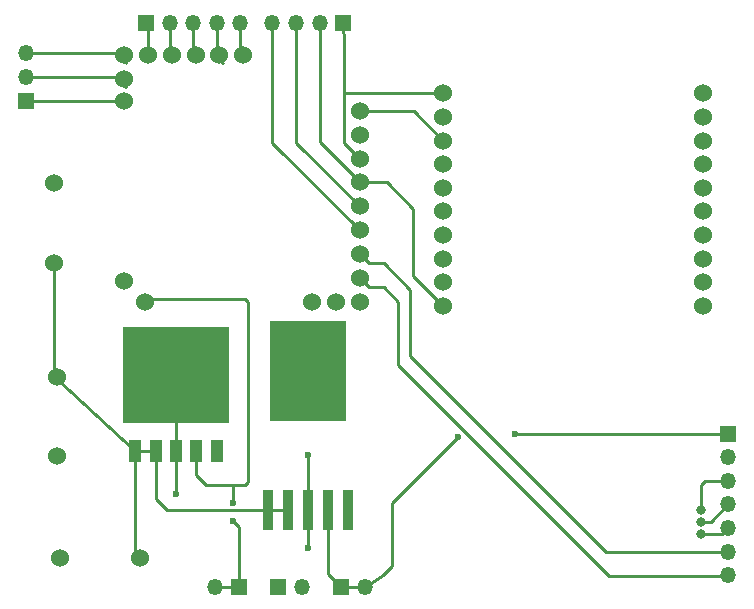
<source format=gbr>
G04 #@! TF.GenerationSoftware,KiCad,Pcbnew,5.0.0-rc3-unknown-3e22e5c~65~ubuntu16.04.1*
G04 #@! TF.CreationDate,2018-07-11T23:18:04-04:00*
G04 #@! TF.ProjectId,Phoenix_schema_new,50686F656E69785F736368656D615F6E,rev?*
G04 #@! TF.SameCoordinates,Original*
G04 #@! TF.FileFunction,Copper,L1,Top,Signal*
G04 #@! TF.FilePolarity,Positive*
%FSLAX46Y46*%
G04 Gerber Fmt 4.6, Leading zero omitted, Abs format (unit mm)*
G04 Created by KiCad (PCBNEW 5.0.0-rc3-unknown-3e22e5c~65~ubuntu16.04.1) date Wed Jul 11 23:18:04 2018*
%MOMM*%
%LPD*%
G01*
G04 APERTURE LIST*
G04 #@! TA.AperFunction,ComponentPad*
%ADD10C,1.524000*%
G04 #@! TD*
G04 #@! TA.AperFunction,ComponentPad*
%ADD11R,1.350000X1.350000*%
G04 #@! TD*
G04 #@! TA.AperFunction,ComponentPad*
%ADD12O,1.350000X1.350000*%
G04 #@! TD*
G04 #@! TA.AperFunction,ComponentPad*
%ADD13C,0.800000*%
G04 #@! TD*
G04 #@! TA.AperFunction,SMDPad,CuDef*
%ADD14R,0.965200X3.505200*%
G04 #@! TD*
G04 #@! TA.AperFunction,SMDPad,CuDef*
%ADD15R,6.553200X8.458200*%
G04 #@! TD*
G04 #@! TA.AperFunction,SMDPad,CuDef*
%ADD16R,1.060000X1.920000*%
G04 #@! TD*
G04 #@! TA.AperFunction,SMDPad,CuDef*
%ADD17R,9.090000X8.120000*%
G04 #@! TD*
G04 #@! TA.AperFunction,ViaPad*
%ADD18C,0.600000*%
G04 #@! TD*
G04 #@! TA.AperFunction,Conductor*
%ADD19C,0.250000*%
G04 #@! TD*
G04 APERTURE END LIST*
D10*
G04 #@! TO.P,Zigbee,1*
G04 #@! TO.N,Net-(E1-PadC)*
X139446000Y-78130400D03*
G04 #@! TO.P,Zigbee,2*
G04 #@! TO.N,Net-(E1-PadB)*
X139430000Y-80131000D03*
G04 #@! TO.P,Zigbee,3*
G04 #@! TO.N,Net-(E1-PadA)*
X139430000Y-82131000D03*
G04 #@! TO.P,Zigbee,4*
G04 #@! TO.N,Net-(U1-Pad4)*
X139430000Y-84131000D03*
G04 #@! TO.P,Zigbee,5*
G04 #@! TO.N,Net-(U1-Pad5)*
X139430000Y-86131000D03*
G04 #@! TO.P,Zigbee,6*
G04 #@! TO.N,Net-(U1-Pad6)*
X139430000Y-88131000D03*
G04 #@! TO.P,Zigbee,7*
G04 #@! TO.N,Net-(U1-Pad7)*
X139430000Y-90131000D03*
G04 #@! TO.P,Zigbee,8*
G04 #@! TO.N,Net-(U1-Pad8)*
X139430000Y-92131000D03*
G04 #@! TO.P,Zigbee,9*
G04 #@! TO.N,Net-(U1-Pad9)*
X139430000Y-94131000D03*
G04 #@! TO.P,Zigbee,10*
G04 #@! TO.N,Net-(E1-PadD)*
X139430000Y-96131000D03*
G04 #@! TO.P,Zigbee,20*
G04 #@! TO.N,Net-(U1-Pad20)*
X161442400Y-78079600D03*
G04 #@! TO.P,Zigbee,19*
G04 #@! TO.N,Net-(U1-Pad19)*
X161430000Y-80131000D03*
G04 #@! TO.P,Zigbee,18*
G04 #@! TO.N,Net-(U1-Pad18)*
X161430000Y-82131000D03*
G04 #@! TO.P,Zigbee,17*
G04 #@! TO.N,Net-(U1-Pad17)*
X161430000Y-84131000D03*
G04 #@! TO.P,Zigbee,16*
G04 #@! TO.N,Net-(U1-Pad16)*
X161430000Y-86131000D03*
G04 #@! TO.P,Zigbee,15*
G04 #@! TO.N,Net-(U1-Pad15)*
X161430000Y-88131000D03*
G04 #@! TO.P,Zigbee,14*
G04 #@! TO.N,Net-(U1-Pad14)*
X161430000Y-90131000D03*
G04 #@! TO.P,Zigbee,13*
G04 #@! TO.N,Net-(U1-Pad13)*
X161430000Y-92131000D03*
G04 #@! TO.P,Zigbee,12*
G04 #@! TO.N,Net-(U1-Pad12)*
X161430000Y-94131000D03*
G04 #@! TO.P,Zigbee,11*
G04 #@! TO.N,Net-(U1-Pad11)*
X161430000Y-96131000D03*
G04 #@! TD*
D11*
G04 #@! TO.P,To ESCs,1*
G04 #@! TO.N,Net-(E1-Pad4)*
X114300000Y-72136000D03*
D12*
G04 #@! TO.P,To ESCs,2*
G04 #@! TO.N,Net-(E1-Pad5)*
X116300000Y-72136000D03*
G04 #@! TO.P,To ESCs,3*
G04 #@! TO.N,Net-(E1-Pad6)*
X118300000Y-72136000D03*
G04 #@! TO.P,To ESCs,4*
G04 #@! TO.N,Net-(E1-Pad7)*
X120300000Y-72136000D03*
G04 #@! TO.P,To ESCs,5*
G04 #@! TO.N,Net-(E1-Pad8)*
X122300000Y-72136000D03*
G04 #@! TD*
D10*
G04 #@! TO.P,ELKA,D*
G04 #@! TO.N,Net-(E1-PadD)*
X132408477Y-85667204D03*
G04 #@! TO.P,ELKA,C*
G04 #@! TO.N,Net-(E1-PadC)*
X132408477Y-83667204D03*
G04 #@! TO.P,ELKA,B*
G04 #@! TO.N,Net-(E1-PadB)*
X132408477Y-81667204D03*
G04 #@! TO.P,ELKA,A*
G04 #@! TO.N,Net-(E1-PadA)*
X132408477Y-79667204D03*
G04 #@! TO.P,ELKA,12*
G04 #@! TO.N,Net-(E1-Pad12)*
X114249200Y-95834200D03*
G04 #@! TO.P,ELKA,11*
G04 #@! TO.N,Net-(E1-Pad11)*
X112471200Y-94056200D03*
G04 #@! TO.P,ELKA,E*
G04 #@! TO.N,Net-(E1-PadE)*
X132410200Y-87706200D03*
G04 #@! TO.P,ELKA,F*
G04 #@! TO.N,Net-(E1-PadF)*
X132410200Y-89738200D03*
G04 #@! TO.P,ELKA,G*
G04 #@! TO.N,Net-(E1-PadG)*
X132410200Y-91770200D03*
G04 #@! TO.P,ELKA,H*
G04 #@! TO.N,Net-(E1-PadH)*
X132410200Y-93802200D03*
G04 #@! TO.P,ELKA,10*
G04 #@! TO.N,Net-(E1-Pad10)*
X128346200Y-95834200D03*
G04 #@! TO.P,ELKA,9*
G04 #@! TO.N,Net-(E1-Pad9)*
X130378200Y-95834200D03*
G04 #@! TO.P,ELKA,I*
G04 #@! TO.N,Net-(E1-PadI)*
X132410200Y-95834200D03*
G04 #@! TO.P,ELKA,1*
G04 #@! TO.N,Net-(E1-Pad1)*
X112471200Y-78816200D03*
G04 #@! TO.P,ELKA,2*
G04 #@! TO.N,Net-(E1-Pad2)*
X112471200Y-76911200D03*
G04 #@! TO.P,ELKA,8*
G04 #@! TO.N,Net-(E1-Pad8)*
X122497200Y-74863200D03*
G04 #@! TO.P,ELKA,7*
G04 #@! TO.N,Net-(E1-Pad7)*
X120497200Y-74863200D03*
G04 #@! TO.P,ELKA,6*
G04 #@! TO.N,Net-(E1-Pad6)*
X118497200Y-74863200D03*
G04 #@! TO.P,ELKA,5*
G04 #@! TO.N,Net-(E1-Pad5)*
X116497200Y-74863200D03*
G04 #@! TO.P,ELKA,4*
G04 #@! TO.N,Net-(E1-Pad4)*
X114497200Y-74863200D03*
G04 #@! TO.P,ELKA,3*
G04 #@! TO.N,Net-(E1-Pad3)*
X112471200Y-74879200D03*
G04 #@! TD*
G04 #@! TO.P,To EScs,1*
G04 #@! TO.N,Net-(E1-Pad11)*
X106553000Y-85725000D03*
G04 #@! TO.P,To EScs,2*
G04 #@! TO.N,Net-(J1-Pad2)*
X106553000Y-92456000D03*
G04 #@! TD*
D13*
G04 #@! TO.P,R1,1*
G04 #@! TO.N,Net-(J9\002CJ15-Pad3)*
X161290000Y-113385600D03*
G04 #@! TO.P,R1,2*
G04 #@! TO.N,Net-(J9\002CJ15-Pad4)*
X161290000Y-114401600D03*
G04 #@! TO.P,R1,3*
G04 #@! TO.N,Net-(J9\002CJ15-Pad5)*
X161290000Y-115417600D03*
G04 #@! TD*
D10*
G04 #@! TO.P,J1,1*
G04 #@! TO.N,Net-(E1-Pad11)*
X106807000Y-108839000D03*
G04 #@! TO.P,J1,2*
G04 #@! TO.N,Net-(J1-Pad2)*
X106807000Y-102108000D03*
G04 #@! TD*
D11*
G04 #@! TO.P,J16,1*
G04 #@! TO.N,Net-(E1-PadC)*
X131000000Y-72136000D03*
D12*
G04 #@! TO.P,J16,2*
G04 #@! TO.N,Net-(E1-PadD)*
X129000000Y-72136000D03*
G04 #@! TO.P,J16,3*
G04 #@! TO.N,Net-(E1-PadE)*
X127000000Y-72136000D03*
G04 #@! TO.P,J16,4*
G04 #@! TO.N,Net-(E1-PadF)*
X125000000Y-72136000D03*
G04 #@! TD*
D11*
G04 #@! TO.P,J3,1*
G04 #@! TO.N,Net-(E1-Pad12)*
X122174000Y-119888000D03*
D12*
G04 #@! TO.P,J3,2*
X120174000Y-119888000D03*
G04 #@! TD*
D11*
G04 #@! TO.P,J4,1*
G04 #@! TO.N,Net-(E1-Pad11)*
X125476000Y-119888000D03*
D12*
G04 #@! TO.P,J4,2*
X127476000Y-119888000D03*
G04 #@! TD*
D11*
G04 #@! TO.P,J5,1*
G04 #@! TO.N,Net-(J5-Pad1)*
X130810000Y-119888000D03*
D12*
G04 #@! TO.P,J5,2*
X132810000Y-119888000D03*
G04 #@! TD*
D10*
G04 #@! TO.P,J6,1*
G04 #@! TO.N,Net-(E1-Pad11)*
X107061000Y-117475000D03*
G04 #@! TO.P,J6,2*
G04 #@! TO.N,Net-(J1-Pad2)*
X113792000Y-117475000D03*
G04 #@! TD*
D11*
G04 #@! TO.P,J9\002CJ15,1*
G04 #@! TO.N,Net-(J5-Pad1)*
X163576000Y-106934000D03*
D12*
G04 #@! TO.P,J9\002CJ15,2*
G04 #@! TO.N,Net-(E1-Pad11)*
X163576000Y-108934000D03*
G04 #@! TO.P,J9\002CJ15,3*
G04 #@! TO.N,Net-(J9\002CJ15-Pad3)*
X163576000Y-110934000D03*
G04 #@! TO.P,J9\002CJ15,4*
G04 #@! TO.N,Net-(J9\002CJ15-Pad4)*
X163576000Y-112934000D03*
G04 #@! TO.P,J9\002CJ15,5*
G04 #@! TO.N,Net-(J9\002CJ15-Pad5)*
X163576000Y-114934000D03*
G04 #@! TO.P,J9\002CJ15,6*
G04 #@! TO.N,Net-(E1-PadG)*
X163576000Y-116934000D03*
G04 #@! TO.P,J9\002CJ15,7*
G04 #@! TO.N,Net-(E1-PadH)*
X163576000Y-118934000D03*
G04 #@! TD*
D14*
G04 #@! TO.P,,1*
G04 #@! TO.N,Net-(J1-Pad2)*
X124612400Y-113449100D03*
G04 #@! TO.P,,2*
X126314200Y-113449100D03*
G04 #@! TO.P,,3*
G04 #@! TO.N,Net-(E1-Pad11)*
X128016000Y-113449100D03*
G04 #@! TO.P,,4*
G04 #@! TO.N,Net-(J5-Pad1)*
X129717800Y-113449100D03*
G04 #@! TO.P,,5*
G04 #@! TO.N,Net-(U2-Pad5)*
X131419600Y-113449100D03*
D15*
G04 #@! TO.P,,6*
G04 #@! TO.N,Net-(U2-Pad6)*
X128016000Y-101650800D03*
G04 #@! TD*
D16*
G04 #@! TO.P,,1*
G04 #@! TO.N,Net-(J1-Pad2)*
X113400000Y-108372000D03*
G04 #@! TO.P,,2*
X115120000Y-108372000D03*
G04 #@! TO.P,,3*
G04 #@! TO.N,Net-(E1-Pad11)*
X116840000Y-108372000D03*
G04 #@! TO.P,,4*
G04 #@! TO.N,Net-(E1-Pad12)*
X118560000Y-108372000D03*
G04 #@! TO.P,,5*
G04 #@! TO.N,Net-(U3-Pad5)*
X120280000Y-108372000D03*
D17*
G04 #@! TO.P,,6*
G04 #@! TO.N,Net-(E1-Pad11)*
X116840000Y-101992000D03*
G04 #@! TD*
D11*
G04 #@! TO.P,,1*
G04 #@! TO.N,Net-(E1-Pad1)*
X104140000Y-78740000D03*
D12*
G04 #@! TO.P,,2*
G04 #@! TO.N,Net-(E1-Pad2)*
X104140000Y-76740000D03*
G04 #@! TO.P,,3*
G04 #@! TO.N,Net-(E1-Pad3)*
X104140000Y-74740000D03*
G04 #@! TD*
D18*
G04 #@! TO.N,Net-(E1-Pad12)*
X121666000Y-114300000D03*
X121666000Y-112776000D03*
G04 #@! TO.N,Net-(E1-Pad11)*
X128016000Y-108712000D03*
X128016000Y-116586000D03*
X116840000Y-112014000D03*
G04 #@! TO.N,Net-(J5-Pad1)*
X140716000Y-107188000D03*
X145542000Y-106934000D03*
G04 #@! TD*
D19*
G04 #@! TO.N,Net-(E1-PadH)*
X153542000Y-118998000D02*
X163322000Y-118998000D01*
X135636000Y-101092000D02*
X153542000Y-118998000D01*
X135636000Y-95758000D02*
X135636000Y-101092000D01*
X134442199Y-94564199D02*
X135636000Y-95758000D01*
X133172199Y-94564199D02*
X134442199Y-94564199D01*
X132410200Y-93802200D02*
X133172199Y-94564199D01*
G04 #@! TO.N,Net-(E1-PadG)*
X136652000Y-94742000D02*
X136652000Y-100330000D01*
X153256000Y-116934000D02*
X163576000Y-116934000D01*
X136652000Y-100330000D02*
X153256000Y-116934000D01*
X133172199Y-92532199D02*
X134442199Y-92532199D01*
X134442199Y-92532199D02*
X136652000Y-94742000D01*
X132410200Y-91770200D02*
X133172199Y-92532199D01*
G04 #@! TO.N,Net-(E1-PadF)*
X125000000Y-73090594D02*
X124968000Y-73122594D01*
X125000000Y-72136000D02*
X125000000Y-73090594D01*
X124968000Y-82296000D02*
X132410200Y-89738200D01*
X124968000Y-73122594D02*
X124968000Y-82296000D01*
G04 #@! TO.N,Net-(E1-PadE)*
X127000000Y-82296000D02*
X132410200Y-87706200D01*
X127000000Y-72136000D02*
X127000000Y-82296000D01*
G04 #@! TO.N,Net-(E1-PadD)*
X129000000Y-73090594D02*
X129032000Y-73122594D01*
X129000000Y-72136000D02*
X129000000Y-73090594D01*
X129032000Y-82290727D02*
X132408477Y-85667204D01*
X129032000Y-73122594D02*
X129032000Y-82290727D01*
X132408477Y-85667204D02*
X134689204Y-85667204D01*
X134689204Y-85667204D02*
X136906000Y-87884000D01*
X136906000Y-93607000D02*
X139430000Y-96131000D01*
X136906000Y-87884000D02*
X136906000Y-93607000D01*
G04 #@! TO.N,Net-(E1-PadC)*
X131000000Y-73061000D02*
X131064000Y-73125000D01*
X131000000Y-72136000D02*
X131000000Y-73061000D01*
X131064000Y-82322727D02*
X132408477Y-83667204D01*
X131165600Y-78130400D02*
X131064000Y-78232000D01*
X139446000Y-78130400D02*
X131165600Y-78130400D01*
X131064000Y-78232000D02*
X131064000Y-82322727D01*
X131064000Y-73125000D02*
X131064000Y-78232000D01*
G04 #@! TO.N,Net-(E1-PadA)*
X136966204Y-79667204D02*
X139430000Y-82131000D01*
X132408477Y-79667204D02*
X136966204Y-79667204D01*
G04 #@! TO.N,Net-(E1-Pad3)*
X112586000Y-75502000D02*
X112649000Y-75565000D01*
X112332000Y-74740000D02*
X112471200Y-74879200D01*
X104140000Y-74740000D02*
X112332000Y-74740000D01*
G04 #@! TO.N,Net-(E1-Pad2)*
X112554000Y-77502000D02*
X112649000Y-77597000D01*
X112300000Y-76740000D02*
X112471200Y-76911200D01*
X104140000Y-76740000D02*
X112300000Y-76740000D01*
G04 #@! TO.N,Net-(E1-Pad1)*
X112395000Y-78740000D02*
X112471200Y-78816200D01*
X104140000Y-78740000D02*
X112395000Y-78740000D01*
G04 #@! TO.N,Net-(E1-Pad4)*
X114497200Y-72333200D02*
X114300000Y-72136000D01*
X114497200Y-74863200D02*
X114497200Y-72333200D01*
G04 #@! TO.N,Net-(E1-Pad5)*
X116300000Y-74666000D02*
X116497200Y-74863200D01*
X116300000Y-72136000D02*
X116300000Y-74666000D01*
G04 #@! TO.N,Net-(E1-Pad6)*
X118300000Y-74666000D02*
X118497200Y-74863200D01*
X118300000Y-72136000D02*
X118300000Y-74666000D01*
G04 #@! TO.N,Net-(E1-Pad7)*
X120808000Y-75534000D02*
X120777000Y-75565000D01*
X120300000Y-74666000D02*
X120497200Y-74863200D01*
X120300000Y-72136000D02*
X120300000Y-74666000D01*
G04 #@! TO.N,Net-(E1-Pad8)*
X122300000Y-74666000D02*
X122497200Y-74863200D01*
X122300000Y-72136000D02*
X122300000Y-74666000D01*
G04 #@! TO.N,Net-(E1-Pad12)*
X121666000Y-111252000D02*
X121666000Y-112776000D01*
X121666000Y-114300000D02*
X122174000Y-114808000D01*
X120174000Y-119888000D02*
X122174000Y-119888000D01*
X122174000Y-114808000D02*
X122174000Y-119888000D01*
X114427000Y-95504000D02*
X122682000Y-95504000D01*
X118560000Y-110432000D02*
X118560000Y-108372000D01*
X119380000Y-111252000D02*
X118560000Y-110432000D01*
X122682000Y-111252000D02*
X121666000Y-111252000D01*
X121666000Y-111252000D02*
X119380000Y-111252000D01*
X122936000Y-110998000D02*
X122682000Y-111252000D01*
X122936000Y-95758000D02*
X122936000Y-110998000D01*
X122682000Y-95504000D02*
X122936000Y-95758000D01*
G04 #@! TO.N,Net-(E1-Pad11)*
X128016000Y-113449100D02*
X128016000Y-116586000D01*
X128016000Y-108712000D02*
X128016000Y-113449100D01*
X116840000Y-108372000D02*
X116840000Y-112014000D01*
X116840000Y-108372000D02*
X116840000Y-101992000D01*
G04 #@! TO.N,Net-(J1-Pad2)*
X106553000Y-92456000D02*
X106553000Y-101854000D01*
X106553000Y-101854000D02*
X106807000Y-102108000D01*
X124612400Y-113449100D02*
X126314200Y-113449100D01*
X115120000Y-108372000D02*
X115120000Y-112464000D01*
X116105100Y-113449100D02*
X124612400Y-113449100D01*
X115120000Y-112464000D02*
X116105100Y-113449100D01*
X113400000Y-108372000D02*
X115120000Y-108372000D01*
X113400000Y-108372000D02*
X113400000Y-117083000D01*
X113400000Y-117083000D02*
X113792000Y-117475000D01*
X106807000Y-102108000D02*
X106807000Y-102287000D01*
X106807000Y-102287000D02*
X113400000Y-108372000D01*
G04 #@! TO.N,Net-(J9\002CJ15-Pad3)*
X161290000Y-113385600D02*
X161290000Y-111252000D01*
X161608000Y-110934000D02*
X163576000Y-110934000D01*
X161290000Y-111252000D02*
X161608000Y-110934000D01*
G04 #@! TO.N,Net-(J5-Pad1)*
X135128000Y-118110000D02*
X134366000Y-118872000D01*
X135128000Y-112776000D02*
X135128000Y-118110000D01*
X140716000Y-107188000D02*
X135128000Y-112776000D01*
X129717800Y-113449100D02*
X129717800Y-118795800D01*
X129717800Y-118795800D02*
X130810000Y-119888000D01*
X163576000Y-106934000D02*
X145542000Y-106934000D01*
X134366000Y-118872000D02*
X132810000Y-119888000D01*
X130987800Y-119710200D02*
X130810000Y-119888000D01*
X130810000Y-119888000D02*
X132810000Y-119888000D01*
G04 #@! TO.N,Net-(J9\002CJ15-Pad4)*
X161290000Y-114401600D02*
X162108400Y-114401600D01*
X162108400Y-114401600D02*
X163576000Y-112934000D01*
G04 #@! TO.N,Net-(J9\002CJ15-Pad5)*
X161290000Y-115417600D02*
X163092400Y-115417600D01*
X163092400Y-115417600D02*
X163576000Y-114934000D01*
G04 #@! TD*
M02*

</source>
